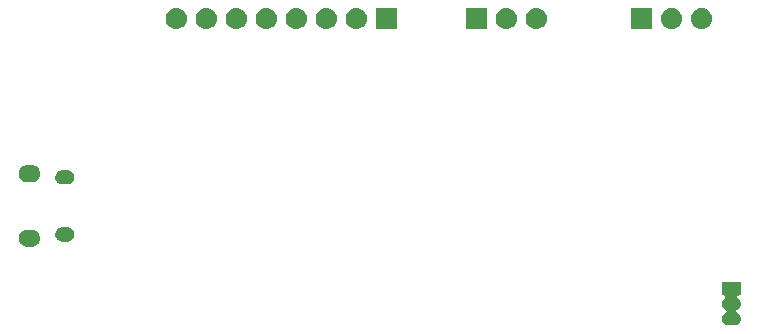
<source format=gbr>
G04 #@! TF.GenerationSoftware,KiCad,Pcbnew,(5.1.4)-1*
G04 #@! TF.CreationDate,2020-02-15T22:34:10+00:00*
G04 #@! TF.ProjectId,ESP32-Telemetry,45535033-322d-4546-956c-656d65747279,rev?*
G04 #@! TF.SameCoordinates,Original*
G04 #@! TF.FileFunction,Soldermask,Bot*
G04 #@! TF.FilePolarity,Negative*
%FSLAX46Y46*%
G04 Gerber Fmt 4.6, Leading zero omitted, Abs format (unit mm)*
G04 Created by KiCad (PCBNEW (5.1.4)-1) date 2020-02-15 22:34:10*
%MOMM*%
%LPD*%
G04 APERTURE LIST*
%ADD10C,0.100000*%
G04 APERTURE END LIST*
D10*
G36*
X165901000Y-95191000D02*
G01*
X165736660Y-95191000D01*
X165712274Y-95193402D01*
X165688825Y-95200515D01*
X165667214Y-95212066D01*
X165648272Y-95227611D01*
X165632727Y-95246553D01*
X165621176Y-95268164D01*
X165614063Y-95291613D01*
X165611661Y-95315999D01*
X165614063Y-95340385D01*
X165621176Y-95363834D01*
X165632727Y-95385445D01*
X165648272Y-95404387D01*
X165657345Y-95412609D01*
X165734264Y-95475736D01*
X165806244Y-95563443D01*
X165840429Y-95627399D01*
X165859728Y-95663505D01*
X165859729Y-95663508D01*
X165892666Y-95772084D01*
X165903787Y-95885000D01*
X165892666Y-95997916D01*
X165859729Y-96106492D01*
X165859728Y-96106495D01*
X165840429Y-96142601D01*
X165806244Y-96206557D01*
X165734264Y-96294264D01*
X165646557Y-96366244D01*
X165565141Y-96409761D01*
X165544766Y-96423375D01*
X165527439Y-96440702D01*
X165513826Y-96461076D01*
X165504448Y-96483715D01*
X165499668Y-96507748D01*
X165499668Y-96532252D01*
X165504448Y-96556285D01*
X165513826Y-96578924D01*
X165527440Y-96599299D01*
X165544767Y-96616626D01*
X165565141Y-96630239D01*
X165646557Y-96673756D01*
X165734264Y-96745736D01*
X165806244Y-96833443D01*
X165840429Y-96897399D01*
X165859728Y-96933505D01*
X165859729Y-96933508D01*
X165892666Y-97042084D01*
X165903787Y-97155000D01*
X165892666Y-97267916D01*
X165859729Y-97376492D01*
X165859728Y-97376495D01*
X165840429Y-97412601D01*
X165806244Y-97476557D01*
X165734264Y-97564264D01*
X165646557Y-97636244D01*
X165582601Y-97670429D01*
X165546495Y-97689728D01*
X165546492Y-97689729D01*
X165437916Y-97722666D01*
X165353298Y-97731000D01*
X164846702Y-97731000D01*
X164762084Y-97722666D01*
X164653508Y-97689729D01*
X164653505Y-97689728D01*
X164617399Y-97670429D01*
X164553443Y-97636244D01*
X164465736Y-97564264D01*
X164393756Y-97476557D01*
X164359571Y-97412601D01*
X164340272Y-97376495D01*
X164340271Y-97376492D01*
X164307334Y-97267916D01*
X164296213Y-97155000D01*
X164307334Y-97042084D01*
X164340271Y-96933508D01*
X164340272Y-96933505D01*
X164359571Y-96897399D01*
X164393756Y-96833443D01*
X164465736Y-96745736D01*
X164553443Y-96673756D01*
X164634859Y-96630239D01*
X164655234Y-96616625D01*
X164672561Y-96599298D01*
X164686174Y-96578924D01*
X164695552Y-96556285D01*
X164700332Y-96532252D01*
X164700332Y-96507748D01*
X164695552Y-96483715D01*
X164686174Y-96461076D01*
X164672560Y-96440701D01*
X164655233Y-96423374D01*
X164634859Y-96409761D01*
X164553443Y-96366244D01*
X164465736Y-96294264D01*
X164393756Y-96206557D01*
X164359571Y-96142601D01*
X164340272Y-96106495D01*
X164340271Y-96106492D01*
X164307334Y-95997916D01*
X164296213Y-95885000D01*
X164307334Y-95772084D01*
X164340271Y-95663508D01*
X164340272Y-95663505D01*
X164359571Y-95627399D01*
X164393756Y-95563443D01*
X164465736Y-95475736D01*
X164542646Y-95412617D01*
X164559965Y-95395298D01*
X164573579Y-95374923D01*
X164582957Y-95352284D01*
X164587737Y-95328251D01*
X164587737Y-95303747D01*
X164582957Y-95279714D01*
X164573579Y-95257075D01*
X164559966Y-95236701D01*
X164542639Y-95219374D01*
X164522264Y-95205760D01*
X164499625Y-95196382D01*
X164475592Y-95191602D01*
X164463340Y-95191000D01*
X164299000Y-95191000D01*
X164299000Y-94039000D01*
X165901000Y-94039000D01*
X165901000Y-95191000D01*
X165901000Y-95191000D01*
G37*
G36*
X105912813Y-89612502D02*
G01*
X105983921Y-89619505D01*
X106120772Y-89661019D01*
X106120775Y-89661020D01*
X106246894Y-89728432D01*
X106357443Y-89819157D01*
X106448168Y-89929706D01*
X106515580Y-90055825D01*
X106515581Y-90055828D01*
X106557095Y-90192679D01*
X106571112Y-90335000D01*
X106557095Y-90477321D01*
X106541985Y-90527130D01*
X106515580Y-90614175D01*
X106448168Y-90740294D01*
X106357443Y-90850843D01*
X106246894Y-90941568D01*
X106120775Y-91008980D01*
X106120772Y-91008981D01*
X105983921Y-91050495D01*
X105912813Y-91057498D01*
X105877260Y-91061000D01*
X105455940Y-91061000D01*
X105420387Y-91057498D01*
X105349279Y-91050495D01*
X105212428Y-91008981D01*
X105212425Y-91008980D01*
X105086306Y-90941568D01*
X104975757Y-90850843D01*
X104885032Y-90740294D01*
X104817620Y-90614175D01*
X104791215Y-90527130D01*
X104776105Y-90477321D01*
X104762088Y-90335000D01*
X104776105Y-90192679D01*
X104817619Y-90055828D01*
X104817620Y-90055825D01*
X104885032Y-89929706D01*
X104975757Y-89819157D01*
X105086306Y-89728432D01*
X105212425Y-89661020D01*
X105212428Y-89661019D01*
X105349279Y-89619505D01*
X105420387Y-89612502D01*
X105455940Y-89609000D01*
X105877260Y-89609000D01*
X105912813Y-89612502D01*
X105912813Y-89612502D01*
G37*
G36*
X108984418Y-89432696D02*
G01*
X109097705Y-89467062D01*
X109202112Y-89522869D01*
X109293627Y-89597973D01*
X109368731Y-89689488D01*
X109424538Y-89793895D01*
X109458904Y-89907182D01*
X109470507Y-90025000D01*
X109458904Y-90142818D01*
X109424538Y-90256105D01*
X109368731Y-90360512D01*
X109293627Y-90452027D01*
X109202112Y-90527131D01*
X109097705Y-90582938D01*
X108984418Y-90617304D01*
X108896119Y-90626000D01*
X108437081Y-90626000D01*
X108348782Y-90617304D01*
X108235495Y-90582938D01*
X108131088Y-90527131D01*
X108039573Y-90452027D01*
X107964469Y-90360512D01*
X107908662Y-90256105D01*
X107874296Y-90142818D01*
X107862693Y-90025000D01*
X107874296Y-89907182D01*
X107908662Y-89793895D01*
X107964469Y-89689488D01*
X108039573Y-89597973D01*
X108131088Y-89522869D01*
X108235495Y-89467062D01*
X108348782Y-89432696D01*
X108437081Y-89424000D01*
X108896119Y-89424000D01*
X108984418Y-89432696D01*
X108984418Y-89432696D01*
G37*
G36*
X108984418Y-84592696D02*
G01*
X109097705Y-84627062D01*
X109202112Y-84682869D01*
X109293627Y-84757973D01*
X109368731Y-84849488D01*
X109424538Y-84953895D01*
X109458904Y-85067182D01*
X109470507Y-85185000D01*
X109458904Y-85302818D01*
X109424538Y-85416105D01*
X109368731Y-85520512D01*
X109293627Y-85612027D01*
X109202112Y-85687131D01*
X109097705Y-85742938D01*
X108984418Y-85777304D01*
X108896119Y-85786000D01*
X108437081Y-85786000D01*
X108348782Y-85777304D01*
X108235495Y-85742938D01*
X108131088Y-85687131D01*
X108039573Y-85612027D01*
X107964469Y-85520512D01*
X107908662Y-85416105D01*
X107874296Y-85302818D01*
X107862693Y-85185000D01*
X107874296Y-85067182D01*
X107908662Y-84953895D01*
X107964469Y-84849488D01*
X108039573Y-84757973D01*
X108131088Y-84682869D01*
X108235495Y-84627062D01*
X108348782Y-84592696D01*
X108437081Y-84584000D01*
X108896119Y-84584000D01*
X108984418Y-84592696D01*
X108984418Y-84592696D01*
G37*
G36*
X105912813Y-84152502D02*
G01*
X105983921Y-84159505D01*
X106120772Y-84201019D01*
X106120775Y-84201020D01*
X106246894Y-84268432D01*
X106357443Y-84359157D01*
X106448168Y-84469706D01*
X106515580Y-84595825D01*
X106515581Y-84595828D01*
X106557095Y-84732679D01*
X106571112Y-84875000D01*
X106557095Y-85017321D01*
X106541969Y-85067184D01*
X106515580Y-85154175D01*
X106448168Y-85280294D01*
X106357443Y-85390843D01*
X106246894Y-85481568D01*
X106120775Y-85548980D01*
X106120772Y-85548981D01*
X105983921Y-85590495D01*
X105912813Y-85597498D01*
X105877260Y-85601000D01*
X105455940Y-85601000D01*
X105420387Y-85597498D01*
X105349279Y-85590495D01*
X105212428Y-85548981D01*
X105212425Y-85548980D01*
X105086306Y-85481568D01*
X104975757Y-85390843D01*
X104885032Y-85280294D01*
X104817620Y-85154175D01*
X104791231Y-85067184D01*
X104776105Y-85017321D01*
X104762088Y-84875000D01*
X104776105Y-84732679D01*
X104817619Y-84595828D01*
X104817620Y-84595825D01*
X104885032Y-84469706D01*
X104975757Y-84359157D01*
X105086306Y-84268432D01*
X105212425Y-84201020D01*
X105212428Y-84201019D01*
X105349279Y-84159505D01*
X105420387Y-84152502D01*
X105455940Y-84149000D01*
X105877260Y-84149000D01*
X105912813Y-84152502D01*
X105912813Y-84152502D01*
G37*
G36*
X158401000Y-72651000D02*
G01*
X156599000Y-72651000D01*
X156599000Y-70849000D01*
X158401000Y-70849000D01*
X158401000Y-72651000D01*
X158401000Y-72651000D01*
G37*
G36*
X160150442Y-70855518D02*
G01*
X160216627Y-70862037D01*
X160386466Y-70913557D01*
X160542991Y-70997222D01*
X160578729Y-71026552D01*
X160680186Y-71109814D01*
X160763448Y-71211271D01*
X160792778Y-71247009D01*
X160876443Y-71403534D01*
X160927963Y-71573373D01*
X160945359Y-71750000D01*
X160927963Y-71926627D01*
X160876443Y-72096466D01*
X160792778Y-72252991D01*
X160763448Y-72288729D01*
X160680186Y-72390186D01*
X160578729Y-72473448D01*
X160542991Y-72502778D01*
X160386466Y-72586443D01*
X160216627Y-72637963D01*
X160150443Y-72644481D01*
X160084260Y-72651000D01*
X159995740Y-72651000D01*
X159929557Y-72644481D01*
X159863373Y-72637963D01*
X159693534Y-72586443D01*
X159537009Y-72502778D01*
X159501271Y-72473448D01*
X159399814Y-72390186D01*
X159316552Y-72288729D01*
X159287222Y-72252991D01*
X159203557Y-72096466D01*
X159152037Y-71926627D01*
X159134641Y-71750000D01*
X159152037Y-71573373D01*
X159203557Y-71403534D01*
X159287222Y-71247009D01*
X159316552Y-71211271D01*
X159399814Y-71109814D01*
X159501271Y-71026552D01*
X159537009Y-70997222D01*
X159693534Y-70913557D01*
X159863373Y-70862037D01*
X159929558Y-70855518D01*
X159995740Y-70849000D01*
X160084260Y-70849000D01*
X160150442Y-70855518D01*
X160150442Y-70855518D01*
G37*
G36*
X162690442Y-70855518D02*
G01*
X162756627Y-70862037D01*
X162926466Y-70913557D01*
X163082991Y-70997222D01*
X163118729Y-71026552D01*
X163220186Y-71109814D01*
X163303448Y-71211271D01*
X163332778Y-71247009D01*
X163416443Y-71403534D01*
X163467963Y-71573373D01*
X163485359Y-71750000D01*
X163467963Y-71926627D01*
X163416443Y-72096466D01*
X163332778Y-72252991D01*
X163303448Y-72288729D01*
X163220186Y-72390186D01*
X163118729Y-72473448D01*
X163082991Y-72502778D01*
X162926466Y-72586443D01*
X162756627Y-72637963D01*
X162690443Y-72644481D01*
X162624260Y-72651000D01*
X162535740Y-72651000D01*
X162469557Y-72644481D01*
X162403373Y-72637963D01*
X162233534Y-72586443D01*
X162077009Y-72502778D01*
X162041271Y-72473448D01*
X161939814Y-72390186D01*
X161856552Y-72288729D01*
X161827222Y-72252991D01*
X161743557Y-72096466D01*
X161692037Y-71926627D01*
X161674641Y-71750000D01*
X161692037Y-71573373D01*
X161743557Y-71403534D01*
X161827222Y-71247009D01*
X161856552Y-71211271D01*
X161939814Y-71109814D01*
X162041271Y-71026552D01*
X162077009Y-70997222D01*
X162233534Y-70913557D01*
X162403373Y-70862037D01*
X162469558Y-70855518D01*
X162535740Y-70849000D01*
X162624260Y-70849000D01*
X162690442Y-70855518D01*
X162690442Y-70855518D01*
G37*
G36*
X148690442Y-70855518D02*
G01*
X148756627Y-70862037D01*
X148926466Y-70913557D01*
X149082991Y-70997222D01*
X149118729Y-71026552D01*
X149220186Y-71109814D01*
X149303448Y-71211271D01*
X149332778Y-71247009D01*
X149416443Y-71403534D01*
X149467963Y-71573373D01*
X149485359Y-71750000D01*
X149467963Y-71926627D01*
X149416443Y-72096466D01*
X149332778Y-72252991D01*
X149303448Y-72288729D01*
X149220186Y-72390186D01*
X149118729Y-72473448D01*
X149082991Y-72502778D01*
X148926466Y-72586443D01*
X148756627Y-72637963D01*
X148690443Y-72644481D01*
X148624260Y-72651000D01*
X148535740Y-72651000D01*
X148469557Y-72644481D01*
X148403373Y-72637963D01*
X148233534Y-72586443D01*
X148077009Y-72502778D01*
X148041271Y-72473448D01*
X147939814Y-72390186D01*
X147856552Y-72288729D01*
X147827222Y-72252991D01*
X147743557Y-72096466D01*
X147692037Y-71926627D01*
X147674641Y-71750000D01*
X147692037Y-71573373D01*
X147743557Y-71403534D01*
X147827222Y-71247009D01*
X147856552Y-71211271D01*
X147939814Y-71109814D01*
X148041271Y-71026552D01*
X148077009Y-70997222D01*
X148233534Y-70913557D01*
X148403373Y-70862037D01*
X148469558Y-70855518D01*
X148535740Y-70849000D01*
X148624260Y-70849000D01*
X148690442Y-70855518D01*
X148690442Y-70855518D01*
G37*
G36*
X118220442Y-70855518D02*
G01*
X118286627Y-70862037D01*
X118456466Y-70913557D01*
X118612991Y-70997222D01*
X118648729Y-71026552D01*
X118750186Y-71109814D01*
X118833448Y-71211271D01*
X118862778Y-71247009D01*
X118946443Y-71403534D01*
X118997963Y-71573373D01*
X119015359Y-71750000D01*
X118997963Y-71926627D01*
X118946443Y-72096466D01*
X118862778Y-72252991D01*
X118833448Y-72288729D01*
X118750186Y-72390186D01*
X118648729Y-72473448D01*
X118612991Y-72502778D01*
X118456466Y-72586443D01*
X118286627Y-72637963D01*
X118220443Y-72644481D01*
X118154260Y-72651000D01*
X118065740Y-72651000D01*
X117999557Y-72644481D01*
X117933373Y-72637963D01*
X117763534Y-72586443D01*
X117607009Y-72502778D01*
X117571271Y-72473448D01*
X117469814Y-72390186D01*
X117386552Y-72288729D01*
X117357222Y-72252991D01*
X117273557Y-72096466D01*
X117222037Y-71926627D01*
X117204641Y-71750000D01*
X117222037Y-71573373D01*
X117273557Y-71403534D01*
X117357222Y-71247009D01*
X117386552Y-71211271D01*
X117469814Y-71109814D01*
X117571271Y-71026552D01*
X117607009Y-70997222D01*
X117763534Y-70913557D01*
X117933373Y-70862037D01*
X117999558Y-70855518D01*
X118065740Y-70849000D01*
X118154260Y-70849000D01*
X118220442Y-70855518D01*
X118220442Y-70855518D01*
G37*
G36*
X120760442Y-70855518D02*
G01*
X120826627Y-70862037D01*
X120996466Y-70913557D01*
X121152991Y-70997222D01*
X121188729Y-71026552D01*
X121290186Y-71109814D01*
X121373448Y-71211271D01*
X121402778Y-71247009D01*
X121486443Y-71403534D01*
X121537963Y-71573373D01*
X121555359Y-71750000D01*
X121537963Y-71926627D01*
X121486443Y-72096466D01*
X121402778Y-72252991D01*
X121373448Y-72288729D01*
X121290186Y-72390186D01*
X121188729Y-72473448D01*
X121152991Y-72502778D01*
X120996466Y-72586443D01*
X120826627Y-72637963D01*
X120760443Y-72644481D01*
X120694260Y-72651000D01*
X120605740Y-72651000D01*
X120539557Y-72644481D01*
X120473373Y-72637963D01*
X120303534Y-72586443D01*
X120147009Y-72502778D01*
X120111271Y-72473448D01*
X120009814Y-72390186D01*
X119926552Y-72288729D01*
X119897222Y-72252991D01*
X119813557Y-72096466D01*
X119762037Y-71926627D01*
X119744641Y-71750000D01*
X119762037Y-71573373D01*
X119813557Y-71403534D01*
X119897222Y-71247009D01*
X119926552Y-71211271D01*
X120009814Y-71109814D01*
X120111271Y-71026552D01*
X120147009Y-70997222D01*
X120303534Y-70913557D01*
X120473373Y-70862037D01*
X120539558Y-70855518D01*
X120605740Y-70849000D01*
X120694260Y-70849000D01*
X120760442Y-70855518D01*
X120760442Y-70855518D01*
G37*
G36*
X123300442Y-70855518D02*
G01*
X123366627Y-70862037D01*
X123536466Y-70913557D01*
X123692991Y-70997222D01*
X123728729Y-71026552D01*
X123830186Y-71109814D01*
X123913448Y-71211271D01*
X123942778Y-71247009D01*
X124026443Y-71403534D01*
X124077963Y-71573373D01*
X124095359Y-71750000D01*
X124077963Y-71926627D01*
X124026443Y-72096466D01*
X123942778Y-72252991D01*
X123913448Y-72288729D01*
X123830186Y-72390186D01*
X123728729Y-72473448D01*
X123692991Y-72502778D01*
X123536466Y-72586443D01*
X123366627Y-72637963D01*
X123300443Y-72644481D01*
X123234260Y-72651000D01*
X123145740Y-72651000D01*
X123079557Y-72644481D01*
X123013373Y-72637963D01*
X122843534Y-72586443D01*
X122687009Y-72502778D01*
X122651271Y-72473448D01*
X122549814Y-72390186D01*
X122466552Y-72288729D01*
X122437222Y-72252991D01*
X122353557Y-72096466D01*
X122302037Y-71926627D01*
X122284641Y-71750000D01*
X122302037Y-71573373D01*
X122353557Y-71403534D01*
X122437222Y-71247009D01*
X122466552Y-71211271D01*
X122549814Y-71109814D01*
X122651271Y-71026552D01*
X122687009Y-70997222D01*
X122843534Y-70913557D01*
X123013373Y-70862037D01*
X123079558Y-70855518D01*
X123145740Y-70849000D01*
X123234260Y-70849000D01*
X123300442Y-70855518D01*
X123300442Y-70855518D01*
G37*
G36*
X125840442Y-70855518D02*
G01*
X125906627Y-70862037D01*
X126076466Y-70913557D01*
X126232991Y-70997222D01*
X126268729Y-71026552D01*
X126370186Y-71109814D01*
X126453448Y-71211271D01*
X126482778Y-71247009D01*
X126566443Y-71403534D01*
X126617963Y-71573373D01*
X126635359Y-71750000D01*
X126617963Y-71926627D01*
X126566443Y-72096466D01*
X126482778Y-72252991D01*
X126453448Y-72288729D01*
X126370186Y-72390186D01*
X126268729Y-72473448D01*
X126232991Y-72502778D01*
X126076466Y-72586443D01*
X125906627Y-72637963D01*
X125840443Y-72644481D01*
X125774260Y-72651000D01*
X125685740Y-72651000D01*
X125619557Y-72644481D01*
X125553373Y-72637963D01*
X125383534Y-72586443D01*
X125227009Y-72502778D01*
X125191271Y-72473448D01*
X125089814Y-72390186D01*
X125006552Y-72288729D01*
X124977222Y-72252991D01*
X124893557Y-72096466D01*
X124842037Y-71926627D01*
X124824641Y-71750000D01*
X124842037Y-71573373D01*
X124893557Y-71403534D01*
X124977222Y-71247009D01*
X125006552Y-71211271D01*
X125089814Y-71109814D01*
X125191271Y-71026552D01*
X125227009Y-70997222D01*
X125383534Y-70913557D01*
X125553373Y-70862037D01*
X125619558Y-70855518D01*
X125685740Y-70849000D01*
X125774260Y-70849000D01*
X125840442Y-70855518D01*
X125840442Y-70855518D01*
G37*
G36*
X128380442Y-70855518D02*
G01*
X128446627Y-70862037D01*
X128616466Y-70913557D01*
X128772991Y-70997222D01*
X128808729Y-71026552D01*
X128910186Y-71109814D01*
X128993448Y-71211271D01*
X129022778Y-71247009D01*
X129106443Y-71403534D01*
X129157963Y-71573373D01*
X129175359Y-71750000D01*
X129157963Y-71926627D01*
X129106443Y-72096466D01*
X129022778Y-72252991D01*
X128993448Y-72288729D01*
X128910186Y-72390186D01*
X128808729Y-72473448D01*
X128772991Y-72502778D01*
X128616466Y-72586443D01*
X128446627Y-72637963D01*
X128380443Y-72644481D01*
X128314260Y-72651000D01*
X128225740Y-72651000D01*
X128159557Y-72644481D01*
X128093373Y-72637963D01*
X127923534Y-72586443D01*
X127767009Y-72502778D01*
X127731271Y-72473448D01*
X127629814Y-72390186D01*
X127546552Y-72288729D01*
X127517222Y-72252991D01*
X127433557Y-72096466D01*
X127382037Y-71926627D01*
X127364641Y-71750000D01*
X127382037Y-71573373D01*
X127433557Y-71403534D01*
X127517222Y-71247009D01*
X127546552Y-71211271D01*
X127629814Y-71109814D01*
X127731271Y-71026552D01*
X127767009Y-70997222D01*
X127923534Y-70913557D01*
X128093373Y-70862037D01*
X128159558Y-70855518D01*
X128225740Y-70849000D01*
X128314260Y-70849000D01*
X128380442Y-70855518D01*
X128380442Y-70855518D01*
G37*
G36*
X130920442Y-70855518D02*
G01*
X130986627Y-70862037D01*
X131156466Y-70913557D01*
X131312991Y-70997222D01*
X131348729Y-71026552D01*
X131450186Y-71109814D01*
X131533448Y-71211271D01*
X131562778Y-71247009D01*
X131646443Y-71403534D01*
X131697963Y-71573373D01*
X131715359Y-71750000D01*
X131697963Y-71926627D01*
X131646443Y-72096466D01*
X131562778Y-72252991D01*
X131533448Y-72288729D01*
X131450186Y-72390186D01*
X131348729Y-72473448D01*
X131312991Y-72502778D01*
X131156466Y-72586443D01*
X130986627Y-72637963D01*
X130920443Y-72644481D01*
X130854260Y-72651000D01*
X130765740Y-72651000D01*
X130699557Y-72644481D01*
X130633373Y-72637963D01*
X130463534Y-72586443D01*
X130307009Y-72502778D01*
X130271271Y-72473448D01*
X130169814Y-72390186D01*
X130086552Y-72288729D01*
X130057222Y-72252991D01*
X129973557Y-72096466D01*
X129922037Y-71926627D01*
X129904641Y-71750000D01*
X129922037Y-71573373D01*
X129973557Y-71403534D01*
X130057222Y-71247009D01*
X130086552Y-71211271D01*
X130169814Y-71109814D01*
X130271271Y-71026552D01*
X130307009Y-70997222D01*
X130463534Y-70913557D01*
X130633373Y-70862037D01*
X130699558Y-70855518D01*
X130765740Y-70849000D01*
X130854260Y-70849000D01*
X130920442Y-70855518D01*
X130920442Y-70855518D01*
G37*
G36*
X146150442Y-70855518D02*
G01*
X146216627Y-70862037D01*
X146386466Y-70913557D01*
X146542991Y-70997222D01*
X146578729Y-71026552D01*
X146680186Y-71109814D01*
X146763448Y-71211271D01*
X146792778Y-71247009D01*
X146876443Y-71403534D01*
X146927963Y-71573373D01*
X146945359Y-71750000D01*
X146927963Y-71926627D01*
X146876443Y-72096466D01*
X146792778Y-72252991D01*
X146763448Y-72288729D01*
X146680186Y-72390186D01*
X146578729Y-72473448D01*
X146542991Y-72502778D01*
X146386466Y-72586443D01*
X146216627Y-72637963D01*
X146150443Y-72644481D01*
X146084260Y-72651000D01*
X145995740Y-72651000D01*
X145929557Y-72644481D01*
X145863373Y-72637963D01*
X145693534Y-72586443D01*
X145537009Y-72502778D01*
X145501271Y-72473448D01*
X145399814Y-72390186D01*
X145316552Y-72288729D01*
X145287222Y-72252991D01*
X145203557Y-72096466D01*
X145152037Y-71926627D01*
X145134641Y-71750000D01*
X145152037Y-71573373D01*
X145203557Y-71403534D01*
X145287222Y-71247009D01*
X145316552Y-71211271D01*
X145399814Y-71109814D01*
X145501271Y-71026552D01*
X145537009Y-70997222D01*
X145693534Y-70913557D01*
X145863373Y-70862037D01*
X145929558Y-70855518D01*
X145995740Y-70849000D01*
X146084260Y-70849000D01*
X146150442Y-70855518D01*
X146150442Y-70855518D01*
G37*
G36*
X136791000Y-72651000D02*
G01*
X134989000Y-72651000D01*
X134989000Y-70849000D01*
X136791000Y-70849000D01*
X136791000Y-72651000D01*
X136791000Y-72651000D01*
G37*
G36*
X144401000Y-72651000D02*
G01*
X142599000Y-72651000D01*
X142599000Y-70849000D01*
X144401000Y-70849000D01*
X144401000Y-72651000D01*
X144401000Y-72651000D01*
G37*
G36*
X133460442Y-70855518D02*
G01*
X133526627Y-70862037D01*
X133696466Y-70913557D01*
X133852991Y-70997222D01*
X133888729Y-71026552D01*
X133990186Y-71109814D01*
X134073448Y-71211271D01*
X134102778Y-71247009D01*
X134186443Y-71403534D01*
X134237963Y-71573373D01*
X134255359Y-71750000D01*
X134237963Y-71926627D01*
X134186443Y-72096466D01*
X134102778Y-72252991D01*
X134073448Y-72288729D01*
X133990186Y-72390186D01*
X133888729Y-72473448D01*
X133852991Y-72502778D01*
X133696466Y-72586443D01*
X133526627Y-72637963D01*
X133460443Y-72644481D01*
X133394260Y-72651000D01*
X133305740Y-72651000D01*
X133239557Y-72644481D01*
X133173373Y-72637963D01*
X133003534Y-72586443D01*
X132847009Y-72502778D01*
X132811271Y-72473448D01*
X132709814Y-72390186D01*
X132626552Y-72288729D01*
X132597222Y-72252991D01*
X132513557Y-72096466D01*
X132462037Y-71926627D01*
X132444641Y-71750000D01*
X132462037Y-71573373D01*
X132513557Y-71403534D01*
X132597222Y-71247009D01*
X132626552Y-71211271D01*
X132709814Y-71109814D01*
X132811271Y-71026552D01*
X132847009Y-70997222D01*
X133003534Y-70913557D01*
X133173373Y-70862037D01*
X133239558Y-70855518D01*
X133305740Y-70849000D01*
X133394260Y-70849000D01*
X133460442Y-70855518D01*
X133460442Y-70855518D01*
G37*
M02*

</source>
